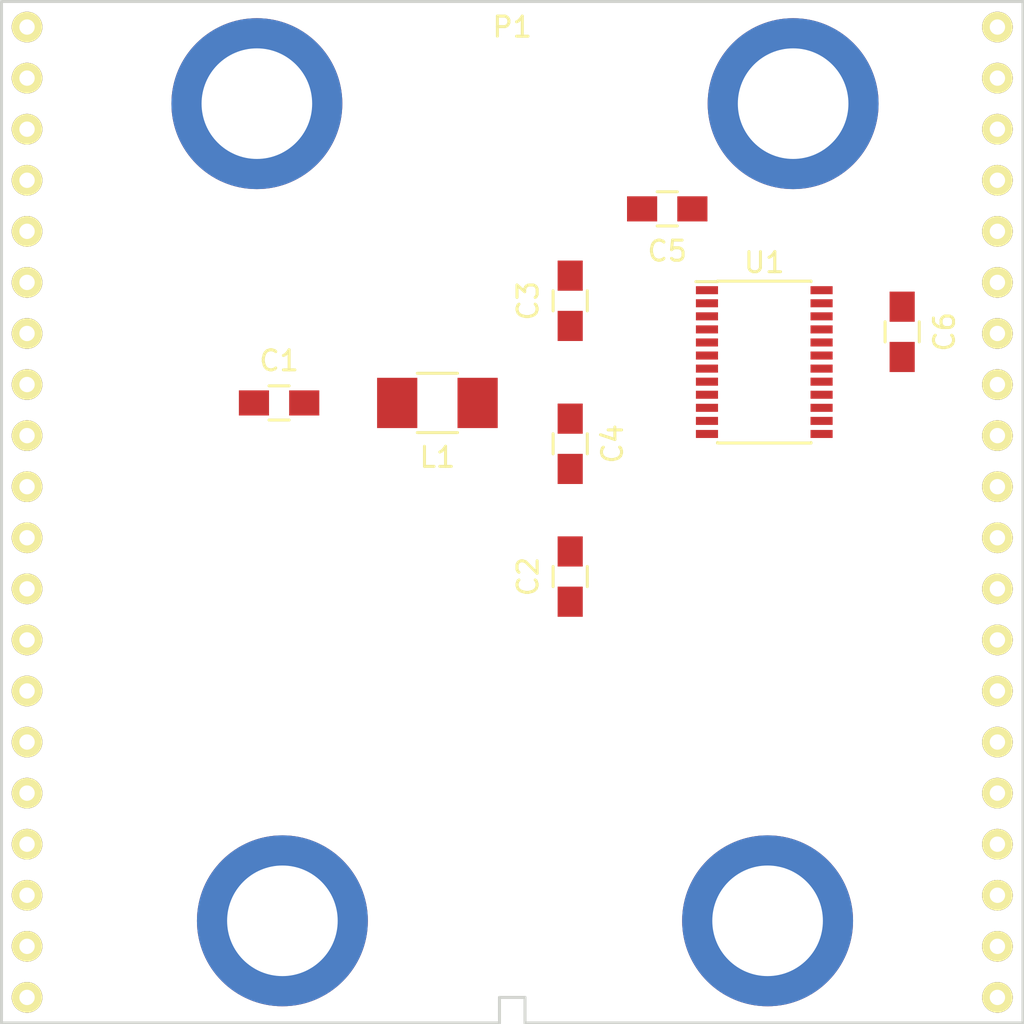
<source format=kicad_pcb>
(kicad_pcb (version 4) (host pcbnew 4.0.2-stable)

  (general
    (links 31)
    (no_connects 27)
    (area 122.826099 79.328599 174.176101 130.678601)
    (thickness 1.6)
    (drawings 0)
    (tracks 0)
    (zones 0)
    (modules 9)
    (nets 18)
  )

  (page A4)
  (layers
    (0 F.Cu signal)
    (31 B.Cu signal)
    (32 B.Adhes user)
    (33 F.Adhes user)
    (34 B.Paste user)
    (35 F.Paste user)
    (36 B.SilkS user)
    (37 F.SilkS user)
    (38 B.Mask user)
    (39 F.Mask user)
    (40 Dwgs.User user)
    (41 Cmts.User user)
    (42 Eco1.User user)
    (43 Eco2.User user)
    (44 Edge.Cuts user)
    (45 Margin user)
    (46 B.CrtYd user)
    (47 F.CrtYd user)
    (48 B.Fab user)
    (49 F.Fab user)
  )

  (setup
    (last_trace_width 0.25)
    (trace_clearance 0.2)
    (zone_clearance 0.508)
    (zone_45_only no)
    (trace_min 0.2)
    (segment_width 0.2)
    (edge_width 0.15)
    (via_size 0.6)
    (via_drill 0.4)
    (via_min_size 0.4)
    (via_min_drill 0.3)
    (uvia_size 0.3)
    (uvia_drill 0.1)
    (uvias_allowed no)
    (uvia_min_size 0.2)
    (uvia_min_drill 0.1)
    (pcb_text_width 0.3)
    (pcb_text_size 1.5 1.5)
    (mod_edge_width 0.15)
    (mod_text_size 1 1)
    (mod_text_width 0.15)
    (pad_size 1.524 1.524)
    (pad_drill 0.762)
    (pad_to_mask_clearance 0.2)
    (aux_axis_origin 0 0)
    (visible_elements FFFFFF7F)
    (pcbplotparams
      (layerselection 0x00030_80000001)
      (usegerberextensions false)
      (excludeedgelayer true)
      (linewidth 0.100000)
      (plotframeref false)
      (viasonmask false)
      (mode 1)
      (useauxorigin false)
      (hpglpennumber 1)
      (hpglpenspeed 20)
      (hpglpendiameter 15)
      (hpglpenoverlay 2)
      (psnegative false)
      (psa4output false)
      (plotreference true)
      (plotvalue true)
      (plotinvisibletext false)
      (padsonsilk false)
      (subtractmaskfromsilk false)
      (outputformat 1)
      (mirror false)
      (drillshape 1)
      (scaleselection 1)
      (outputdirectory ""))
  )

  (net 0 "")
  (net 1 GND)
  (net 2 "Net-(C1-Pad2)")
  (net 3 "Net-(C2-Pad1)")
  (net 4 "Net-(C3-Pad1)")
  (net 5 "Net-(C3-Pad2)")
  (net 6 "Net-(C4-Pad1)")
  (net 7 "Net-(C5-Pad1)")
  (net 8 "Net-(C5-Pad2)")
  (net 9 "Net-(L1-Pad1)")
  (net 10 "Net-(P1-Pad33)")
  (net 11 "Net-(P1-Pad34)")
  (net 12 "Net-(P1-Pad35)")
  (net 13 "Net-(P1-Pad36)")
  (net 14 "Net-(P1-Pad37)")
  (net 15 "Net-(P1-Pad38)")
  (net 16 "Net-(P1-Pad39)")
  (net 17 "Net-(P1-Pad40)")

  (net_class Default "This is the default net class."
    (clearance 0.2)
    (trace_width 0.25)
    (via_dia 0.6)
    (via_drill 0.4)
    (uvia_dia 0.3)
    (uvia_drill 0.1)
    (add_net GND)
    (add_net "Net-(C1-Pad2)")
    (add_net "Net-(C2-Pad1)")
    (add_net "Net-(C3-Pad1)")
    (add_net "Net-(C3-Pad2)")
    (add_net "Net-(C4-Pad1)")
    (add_net "Net-(C5-Pad1)")
    (add_net "Net-(C5-Pad2)")
    (add_net "Net-(L1-Pad1)")
    (add_net "Net-(P1-Pad33)")
    (add_net "Net-(P1-Pad34)")
    (add_net "Net-(P1-Pad35)")
    (add_net "Net-(P1-Pad36)")
    (add_net "Net-(P1-Pad37)")
    (add_net "Net-(P1-Pad38)")
    (add_net "Net-(P1-Pad39)")
    (add_net "Net-(P1-Pad40)")
  )

  (module Capacitors_SMD:C_0805_HandSoldering (layer F.Cu) (tedit 541A9B8D) (tstamp 578CCF1C)
    (at 136.906 99.568)
    (descr "Capacitor SMD 0805, hand soldering")
    (tags "capacitor 0805")
    (path /578CC1BF)
    (attr smd)
    (fp_text reference C1 (at 0 -2.1) (layer F.SilkS)
      (effects (font (size 1 1) (thickness 0.15)))
    )
    (fp_text value "10 uF" (at 0 2.1) (layer F.Fab)
      (effects (font (size 1 1) (thickness 0.15)))
    )
    (fp_line (start -2.3 -1) (end 2.3 -1) (layer F.CrtYd) (width 0.05))
    (fp_line (start -2.3 1) (end 2.3 1) (layer F.CrtYd) (width 0.05))
    (fp_line (start -2.3 -1) (end -2.3 1) (layer F.CrtYd) (width 0.05))
    (fp_line (start 2.3 -1) (end 2.3 1) (layer F.CrtYd) (width 0.05))
    (fp_line (start 0.5 -0.85) (end -0.5 -0.85) (layer F.SilkS) (width 0.15))
    (fp_line (start -0.5 0.85) (end 0.5 0.85) (layer F.SilkS) (width 0.15))
    (pad 1 smd rect (at -1.25 0) (size 1.5 1.25) (layers F.Cu F.Paste F.Mask)
      (net 1 GND))
    (pad 2 smd rect (at 1.25 0) (size 1.5 1.25) (layers F.Cu F.Paste F.Mask)
      (net 2 "Net-(C1-Pad2)"))
    (model Capacitors_SMD.3dshapes/C_0805_HandSoldering.wrl
      (at (xyz 0 0 0))
      (scale (xyz 1 1 1))
      (rotate (xyz 0 0 0))
    )
  )

  (module Capacitors_SMD:C_0805_HandSoldering (layer F.Cu) (tedit 541A9B8D) (tstamp 578CCF22)
    (at 151.384 108.204 90)
    (descr "Capacitor SMD 0805, hand soldering")
    (tags "capacitor 0805")
    (path /578CC363)
    (attr smd)
    (fp_text reference C2 (at 0 -2.1 90) (layer F.SilkS)
      (effects (font (size 1 1) (thickness 0.15)))
    )
    (fp_text value "1 uF" (at 0 2.1 90) (layer F.Fab)
      (effects (font (size 1 1) (thickness 0.15)))
    )
    (fp_line (start -2.3 -1) (end 2.3 -1) (layer F.CrtYd) (width 0.05))
    (fp_line (start -2.3 1) (end 2.3 1) (layer F.CrtYd) (width 0.05))
    (fp_line (start -2.3 -1) (end -2.3 1) (layer F.CrtYd) (width 0.05))
    (fp_line (start 2.3 -1) (end 2.3 1) (layer F.CrtYd) (width 0.05))
    (fp_line (start 0.5 -0.85) (end -0.5 -0.85) (layer F.SilkS) (width 0.15))
    (fp_line (start -0.5 0.85) (end 0.5 0.85) (layer F.SilkS) (width 0.15))
    (pad 1 smd rect (at -1.25 0 90) (size 1.5 1.25) (layers F.Cu F.Paste F.Mask)
      (net 3 "Net-(C2-Pad1)"))
    (pad 2 smd rect (at 1.25 0 90) (size 1.5 1.25) (layers F.Cu F.Paste F.Mask)
      (net 1 GND))
    (model Capacitors_SMD.3dshapes/C_0805_HandSoldering.wrl
      (at (xyz 0 0 0))
      (scale (xyz 1 1 1))
      (rotate (xyz 0 0 0))
    )
  )

  (module Capacitors_SMD:C_0805_HandSoldering (layer F.Cu) (tedit 541A9B8D) (tstamp 578CCF28)
    (at 151.384 94.488 90)
    (descr "Capacitor SMD 0805, hand soldering")
    (tags "capacitor 0805")
    (path /578CC03A)
    (attr smd)
    (fp_text reference C3 (at 0 -2.1 90) (layer F.SilkS)
      (effects (font (size 1 1) (thickness 0.15)))
    )
    (fp_text value "0.1 uF" (at 0 2.1 90) (layer F.Fab)
      (effects (font (size 1 1) (thickness 0.15)))
    )
    (fp_line (start -2.3 -1) (end 2.3 -1) (layer F.CrtYd) (width 0.05))
    (fp_line (start -2.3 1) (end 2.3 1) (layer F.CrtYd) (width 0.05))
    (fp_line (start -2.3 -1) (end -2.3 1) (layer F.CrtYd) (width 0.05))
    (fp_line (start 2.3 -1) (end 2.3 1) (layer F.CrtYd) (width 0.05))
    (fp_line (start 0.5 -0.85) (end -0.5 -0.85) (layer F.SilkS) (width 0.15))
    (fp_line (start -0.5 0.85) (end 0.5 0.85) (layer F.SilkS) (width 0.15))
    (pad 1 smd rect (at -1.25 0 90) (size 1.5 1.25) (layers F.Cu F.Paste F.Mask)
      (net 4 "Net-(C3-Pad1)"))
    (pad 2 smd rect (at 1.25 0 90) (size 1.5 1.25) (layers F.Cu F.Paste F.Mask)
      (net 5 "Net-(C3-Pad2)"))
    (model Capacitors_SMD.3dshapes/C_0805_HandSoldering.wrl
      (at (xyz 0 0 0))
      (scale (xyz 1 1 1))
      (rotate (xyz 0 0 0))
    )
  )

  (module Capacitors_SMD:C_0805_HandSoldering (layer F.Cu) (tedit 541A9B8D) (tstamp 578CCF2E)
    (at 151.384 101.6 270)
    (descr "Capacitor SMD 0805, hand soldering")
    (tags "capacitor 0805")
    (path /578CC28E)
    (attr smd)
    (fp_text reference C4 (at 0 -2.1 270) (layer F.SilkS)
      (effects (font (size 1 1) (thickness 0.15)))
    )
    (fp_text value "1 uF" (at 0 2.1 270) (layer F.Fab)
      (effects (font (size 1 1) (thickness 0.15)))
    )
    (fp_line (start -2.3 -1) (end 2.3 -1) (layer F.CrtYd) (width 0.05))
    (fp_line (start -2.3 1) (end 2.3 1) (layer F.CrtYd) (width 0.05))
    (fp_line (start -2.3 -1) (end -2.3 1) (layer F.CrtYd) (width 0.05))
    (fp_line (start 2.3 -1) (end 2.3 1) (layer F.CrtYd) (width 0.05))
    (fp_line (start 0.5 -0.85) (end -0.5 -0.85) (layer F.SilkS) (width 0.15))
    (fp_line (start -0.5 0.85) (end 0.5 0.85) (layer F.SilkS) (width 0.15))
    (pad 1 smd rect (at -1.25 0 270) (size 1.5 1.25) (layers F.Cu F.Paste F.Mask)
      (net 6 "Net-(C4-Pad1)"))
    (pad 2 smd rect (at 1.25 0 270) (size 1.5 1.25) (layers F.Cu F.Paste F.Mask)
      (net 1 GND))
    (model Capacitors_SMD.3dshapes/C_0805_HandSoldering.wrl
      (at (xyz 0 0 0))
      (scale (xyz 1 1 1))
      (rotate (xyz 0 0 0))
    )
  )

  (module Capacitors_SMD:C_0805_HandSoldering (layer F.Cu) (tedit 541A9B8D) (tstamp 578CCF34)
    (at 156.21 89.916 180)
    (descr "Capacitor SMD 0805, hand soldering")
    (tags "capacitor 0805")
    (path /578CBFF7)
    (attr smd)
    (fp_text reference C5 (at 0 -2.1 180) (layer F.SilkS)
      (effects (font (size 1 1) (thickness 0.15)))
    )
    (fp_text value "0.1 uF" (at 0 2.1 180) (layer F.Fab)
      (effects (font (size 1 1) (thickness 0.15)))
    )
    (fp_line (start -2.3 -1) (end 2.3 -1) (layer F.CrtYd) (width 0.05))
    (fp_line (start -2.3 1) (end 2.3 1) (layer F.CrtYd) (width 0.05))
    (fp_line (start -2.3 -1) (end -2.3 1) (layer F.CrtYd) (width 0.05))
    (fp_line (start 2.3 -1) (end 2.3 1) (layer F.CrtYd) (width 0.05))
    (fp_line (start 0.5 -0.85) (end -0.5 -0.85) (layer F.SilkS) (width 0.15))
    (fp_line (start -0.5 0.85) (end 0.5 0.85) (layer F.SilkS) (width 0.15))
    (pad 1 smd rect (at -1.25 0 180) (size 1.5 1.25) (layers F.Cu F.Paste F.Mask)
      (net 7 "Net-(C5-Pad1)"))
    (pad 2 smd rect (at 1.25 0 180) (size 1.5 1.25) (layers F.Cu F.Paste F.Mask)
      (net 8 "Net-(C5-Pad2)"))
    (model Capacitors_SMD.3dshapes/C_0805_HandSoldering.wrl
      (at (xyz 0 0 0))
      (scale (xyz 1 1 1))
      (rotate (xyz 0 0 0))
    )
  )

  (module Capacitors_SMD:C_0805_HandSoldering (layer F.Cu) (tedit 541A9B8D) (tstamp 578CCF3A)
    (at 167.894 96.032 270)
    (descr "Capacitor SMD 0805, hand soldering")
    (tags "capacitor 0805")
    (path /578CC654)
    (attr smd)
    (fp_text reference C6 (at 0 -2.1 270) (layer F.SilkS)
      (effects (font (size 1 1) (thickness 0.15)))
    )
    (fp_text value "10 uF" (at 0 2.1 270) (layer F.Fab)
      (effects (font (size 1 1) (thickness 0.15)))
    )
    (fp_line (start -2.3 -1) (end 2.3 -1) (layer F.CrtYd) (width 0.05))
    (fp_line (start -2.3 1) (end 2.3 1) (layer F.CrtYd) (width 0.05))
    (fp_line (start -2.3 -1) (end -2.3 1) (layer F.CrtYd) (width 0.05))
    (fp_line (start 2.3 -1) (end 2.3 1) (layer F.CrtYd) (width 0.05))
    (fp_line (start 0.5 -0.85) (end -0.5 -0.85) (layer F.SilkS) (width 0.15))
    (fp_line (start -0.5 0.85) (end 0.5 0.85) (layer F.SilkS) (width 0.15))
    (pad 1 smd rect (at -1.25 0 270) (size 1.5 1.25) (layers F.Cu F.Paste F.Mask)
      (net 7 "Net-(C5-Pad1)"))
    (pad 2 smd rect (at 1.25 0 270) (size 1.5 1.25) (layers F.Cu F.Paste F.Mask)
      (net 1 GND))
    (model Capacitors_SMD.3dshapes/C_0805_HandSoldering.wrl
      (at (xyz 0 0 0))
      (scale (xyz 1 1 1))
      (rotate (xyz 0 0 0))
    )
  )

  (module Capacitors_SMD:C_1210_HandSoldering (layer F.Cu) (tedit 541A9C39) (tstamp 578CCF40)
    (at 144.78 99.568 180)
    (descr "Capacitor SMD 1210, hand soldering")
    (tags "capacitor 1210")
    (path /578CC11C)
    (attr smd)
    (fp_text reference L1 (at 0 -2.7 180) (layer F.SilkS)
      (effects (font (size 1 1) (thickness 0.15)))
    )
    (fp_text value "47 uH" (at 0 2.7 180) (layer F.Fab)
      (effects (font (size 1 1) (thickness 0.15)))
    )
    (fp_line (start -3.3 -1.6) (end 3.3 -1.6) (layer F.CrtYd) (width 0.05))
    (fp_line (start -3.3 1.6) (end 3.3 1.6) (layer F.CrtYd) (width 0.05))
    (fp_line (start -3.3 -1.6) (end -3.3 1.6) (layer F.CrtYd) (width 0.05))
    (fp_line (start 3.3 -1.6) (end 3.3 1.6) (layer F.CrtYd) (width 0.05))
    (fp_line (start 1 -1.475) (end -1 -1.475) (layer F.SilkS) (width 0.15))
    (fp_line (start -1 1.475) (end 1 1.475) (layer F.SilkS) (width 0.15))
    (pad 1 smd rect (at -2 0 180) (size 2 2.5) (layers F.Cu F.Paste F.Mask)
      (net 9 "Net-(L1-Pad1)"))
    (pad 2 smd rect (at 2 0 180) (size 2 2.5) (layers F.Cu F.Paste F.Mask)
      (net 2 "Net-(C1-Pad2)"))
    (model Capacitors_SMD.3dshapes/C_1210_HandSoldering.wrl
      (at (xyz 0 0 0))
      (scale (xyz 1 1 1))
      (rotate (xyz 0 0 0))
    )
  )

  (module scube:scube40 (layer F.Cu) (tedit 575FF9D1) (tstamp 578CCF70)
    (at 148.5011 105.0036)
    (path /578CC8D9)
    (fp_text reference P1 (at 0 -24.13) (layer F.SilkS)
      (effects (font (size 1 1) (thickness 0.15)))
    )
    (fp_text value SCUBE40 (at 0 -22.86) (layer F.Fab)
      (effects (font (size 1 1) (thickness 0.15)))
    )
    (fp_line (start -25.4 25.4) (end -25.4 -25.4) (layer Edge.Cuts) (width 0.15))
    (fp_line (start 25.4 25.4) (end 0.635 25.4) (layer Edge.Cuts) (width 0.15))
    (fp_line (start 25.4 -25.4) (end 25.4 25.4) (layer Edge.Cuts) (width 0.15))
    (fp_line (start -25.4 -25.4) (end 25.4 -25.4) (layer Edge.Cuts) (width 0.15))
    (fp_line (start -0.635 25.4) (end -25.4 25.4) (layer Edge.Cuts) (width 0.15))
    (fp_line (start -0.635 24.13) (end -0.635 25.4) (layer Edge.Cuts) (width 0.15))
    (fp_line (start 0.635 24.13) (end -0.635 24.13) (layer Edge.Cuts) (width 0.15))
    (fp_line (start 0.635 25.4) (end 0.635 24.13) (layer Edge.Cuts) (width 0.15))
    (pad 1 thru_hole circle (at -24.13 -24.13) (size 1.524 1.524) (drill 0.762) (layers *.Cu *.Mask F.SilkS))
    (pad 2 thru_hole circle (at -24.13 -21.59) (size 1.524 1.524) (drill 0.762) (layers *.Cu *.Mask F.SilkS))
    (pad 3 thru_hole circle (at -24.13 -19.05) (size 1.524 1.524) (drill 0.762) (layers *.Cu *.Mask F.SilkS))
    (pad 4 thru_hole circle (at -24.13 -16.51) (size 1.524 1.524) (drill 0.762) (layers *.Cu *.Mask F.SilkS))
    (pad 5 thru_hole circle (at -24.13 -13.97) (size 1.524 1.524) (drill 0.762) (layers *.Cu *.Mask F.SilkS))
    (pad 6 thru_hole circle (at -24.13 -11.43) (size 1.524 1.524) (drill 0.762) (layers *.Cu *.Mask F.SilkS))
    (pad 7 thru_hole circle (at -24.13 -8.89) (size 1.524 1.524) (drill 0.762) (layers *.Cu *.Mask F.SilkS))
    (pad 8 thru_hole circle (at -24.13 -6.35) (size 1.524 1.524) (drill 0.762) (layers *.Cu *.Mask F.SilkS))
    (pad 9 thru_hole circle (at -24.13 -3.81) (size 1.524 1.524) (drill 0.762) (layers *.Cu *.Mask F.SilkS))
    (pad 10 thru_hole circle (at -24.13 -1.27) (size 1.524 1.524) (drill 0.762) (layers *.Cu *.Mask F.SilkS)
      (net 7 "Net-(C5-Pad1)"))
    (pad 11 thru_hole circle (at -24.13 1.27) (size 1.524 1.524) (drill 0.762) (layers *.Cu *.Mask F.SilkS)
      (net 1 GND))
    (pad 12 thru_hole circle (at -24.13 3.81) (size 1.524 1.524) (drill 0.762) (layers *.Cu *.Mask F.SilkS))
    (pad 13 thru_hole circle (at -24.13 6.35) (size 1.524 1.524) (drill 0.762) (layers *.Cu *.Mask F.SilkS))
    (pad 14 thru_hole circle (at -24.13 8.89) (size 1.524 1.524) (drill 0.762) (layers *.Cu *.Mask F.SilkS))
    (pad 15 thru_hole circle (at -24.13 11.43) (size 1.524 1.524) (drill 0.762) (layers *.Cu *.Mask F.SilkS))
    (pad 16 thru_hole circle (at -24.13 13.97) (size 1.524 1.524) (drill 0.762) (layers *.Cu *.Mask F.SilkS))
    (pad 17 thru_hole circle (at -24.13 16.51) (size 1.524 1.524) (drill 0.762) (layers *.Cu *.Mask F.SilkS))
    (pad 18 thru_hole circle (at -24.13 19.05) (size 1.524 1.524) (drill 0.762) (layers *.Cu *.Mask F.SilkS))
    (pad 19 thru_hole circle (at -24.13 21.59) (size 1.524 1.524) (drill 0.762) (layers *.Cu *.Mask F.SilkS))
    (pad 20 thru_hole circle (at -24.13 24.13) (size 1.524 1.524) (drill 0.762) (layers *.Cu *.Mask F.SilkS))
    (pad 21 thru_hole circle (at 24.13 24.13) (size 1.524 1.524) (drill 0.762) (layers *.Cu *.Mask F.SilkS))
    (pad 22 thru_hole circle (at 24.13 21.59) (size 1.524 1.524) (drill 0.762) (layers *.Cu *.Mask F.SilkS))
    (pad 23 thru_hole circle (at 24.13 19.05) (size 1.524 1.524) (drill 0.762) (layers *.Cu *.Mask F.SilkS))
    (pad 24 thru_hole circle (at 24.13 16.51) (size 1.524 1.524) (drill 0.762) (layers *.Cu *.Mask F.SilkS))
    (pad 25 thru_hole circle (at 24.13 13.97) (size 1.524 1.524) (drill 0.762) (layers *.Cu *.Mask F.SilkS))
    (pad 26 thru_hole circle (at 24.13 11.43) (size 1.524 1.524) (drill 0.762) (layers *.Cu *.Mask F.SilkS))
    (pad 27 thru_hole circle (at 24.13 8.89) (size 1.524 1.524) (drill 0.762) (layers *.Cu *.Mask F.SilkS))
    (pad 28 thru_hole circle (at 24.13 6.35) (size 1.524 1.524) (drill 0.762) (layers *.Cu *.Mask F.SilkS))
    (pad 29 thru_hole circle (at 24.13 3.81) (size 1.524 1.524) (drill 0.762) (layers *.Cu *.Mask F.SilkS))
    (pad 30 thru_hole circle (at 24.13 1.27) (size 1.524 1.524) (drill 0.762) (layers *.Cu *.Mask F.SilkS))
    (pad 31 thru_hole circle (at 24.13 -1.27) (size 1.524 1.524) (drill 0.762) (layers *.Cu *.Mask F.SilkS))
    (pad 32 thru_hole circle (at 24.13 -3.81) (size 1.524 1.524) (drill 0.762) (layers *.Cu *.Mask F.SilkS))
    (pad 33 thru_hole circle (at 24.13 -6.35) (size 1.524 1.524) (drill 0.762) (layers *.Cu *.Mask F.SilkS)
      (net 10 "Net-(P1-Pad33)"))
    (pad 34 thru_hole circle (at 24.13 -8.89) (size 1.524 1.524) (drill 0.762) (layers *.Cu *.Mask F.SilkS)
      (net 11 "Net-(P1-Pad34)"))
    (pad 35 thru_hole circle (at 24.13 -11.43) (size 1.524 1.524) (drill 0.762) (layers *.Cu *.Mask F.SilkS)
      (net 12 "Net-(P1-Pad35)"))
    (pad 36 thru_hole circle (at 24.13 -13.97) (size 1.524 1.524) (drill 0.762) (layers *.Cu *.Mask F.SilkS)
      (net 13 "Net-(P1-Pad36)"))
    (pad 37 thru_hole circle (at 24.13 -16.51) (size 1.524 1.524) (drill 0.762) (layers *.Cu *.Mask F.SilkS)
      (net 14 "Net-(P1-Pad37)"))
    (pad 38 thru_hole circle (at 24.13 -19.05) (size 1.524 1.524) (drill 0.762) (layers *.Cu *.Mask F.SilkS)
      (net 15 "Net-(P1-Pad38)"))
    (pad 39 thru_hole circle (at 24.13 -21.59) (size 1.524 1.524) (drill 0.762) (layers *.Cu *.Mask F.SilkS)
      (net 16 "Net-(P1-Pad39)"))
    (pad 40 thru_hole circle (at 24.13 -24.13) (size 1.524 1.524) (drill 0.762) (layers *.Cu *.Mask F.SilkS)
      (net 17 "Net-(P1-Pad40)"))
    (pad "" np_thru_hole circle (at -12.7 -20.32) (size 8.5 8.5) (drill 5.5) (layers *.Cu))
    (pad "" np_thru_hole circle (at -11.43 20.32) (size 8.5 8.5) (drill 5.5) (layers *.Cu))
    (pad "" np_thru_hole circle (at 12.7 20.32) (size 8.5 8.5) (drill 5.5) (layers *.Cu))
    (pad "" np_thru_hole circle (at 13.97 -20.32) (size 8.5 8.5) (drill 5.5) (layers *.Cu))
  )

  (module Housings_SSOP:TSSOP-24_4.4x7.8mm_Pitch0.65mm (layer F.Cu) (tedit 54130A77) (tstamp 578CCF8C)
    (at 161.036 97.536)
    (descr "TSSOP24: plastic thin shrink small outline package; 24 leads; body width 4.4 mm; (see NXP SSOP-TSSOP-VSO-REFLOW.pdf and sot355-1_po.pdf)")
    (tags "SSOP 0.65")
    (path /578CBFBB)
    (attr smd)
    (fp_text reference U1 (at 0 -4.95) (layer F.SilkS)
      (effects (font (size 1 1) (thickness 0.15)))
    )
    (fp_text value DRV10983 (at 0 4.95) (layer F.Fab)
      (effects (font (size 1 1) (thickness 0.15)))
    )
    (fp_line (start -3.65 -4.2) (end -3.65 4.2) (layer F.CrtYd) (width 0.05))
    (fp_line (start 3.65 -4.2) (end 3.65 4.2) (layer F.CrtYd) (width 0.05))
    (fp_line (start -3.65 -4.2) (end 3.65 -4.2) (layer F.CrtYd) (width 0.05))
    (fp_line (start -3.65 4.2) (end 3.65 4.2) (layer F.CrtYd) (width 0.05))
    (fp_line (start -2.325 -4.025) (end -2.325 -4) (layer F.SilkS) (width 0.15))
    (fp_line (start 2.325 -4.025) (end 2.325 -4) (layer F.SilkS) (width 0.15))
    (fp_line (start 2.325 4.025) (end 2.325 4) (layer F.SilkS) (width 0.15))
    (fp_line (start -2.325 4.025) (end -2.325 4) (layer F.SilkS) (width 0.15))
    (fp_line (start -2.325 -4.025) (end 2.325 -4.025) (layer F.SilkS) (width 0.15))
    (fp_line (start -2.325 4.025) (end 2.325 4.025) (layer F.SilkS) (width 0.15))
    (fp_line (start -2.325 -4) (end -3.4 -4) (layer F.SilkS) (width 0.15))
    (pad 1 smd rect (at -2.85 -3.575) (size 1.1 0.4) (layers F.Cu F.Paste F.Mask)
      (net 8 "Net-(C5-Pad2)"))
    (pad 2 smd rect (at -2.85 -2.925) (size 1.1 0.4) (layers F.Cu F.Paste F.Mask)
      (net 5 "Net-(C3-Pad2)"))
    (pad 3 smd rect (at -2.85 -2.275) (size 1.1 0.4) (layers F.Cu F.Paste F.Mask)
      (net 4 "Net-(C3-Pad1)"))
    (pad 4 smd rect (at -2.85 -1.625) (size 1.1 0.4) (layers F.Cu F.Paste F.Mask)
      (net 9 "Net-(L1-Pad1)"))
    (pad 5 smd rect (at -2.85 -0.975) (size 1.1 0.4) (layers F.Cu F.Paste F.Mask)
      (net 1 GND))
    (pad 6 smd rect (at -2.85 -0.325) (size 1.1 0.4) (layers F.Cu F.Paste F.Mask)
      (net 2 "Net-(C1-Pad2)"))
    (pad 7 smd rect (at -2.85 0.325) (size 1.1 0.4) (layers F.Cu F.Paste F.Mask)
      (net 6 "Net-(C4-Pad1)"))
    (pad 8 smd rect (at -2.85 0.975) (size 1.1 0.4) (layers F.Cu F.Paste F.Mask)
      (net 1 GND))
    (pad 9 smd rect (at -2.85 1.625) (size 1.1 0.4) (layers F.Cu F.Paste F.Mask)
      (net 3 "Net-(C2-Pad1)"))
    (pad 10 smd rect (at -2.85 2.275) (size 1.1 0.4) (layers F.Cu F.Paste F.Mask)
      (net 17 "Net-(P1-Pad40)"))
    (pad 11 smd rect (at -2.85 2.925) (size 1.1 0.4) (layers F.Cu F.Paste F.Mask)
      (net 16 "Net-(P1-Pad39)"))
    (pad 12 smd rect (at -2.85 3.575) (size 1.1 0.4) (layers F.Cu F.Paste F.Mask)
      (net 15 "Net-(P1-Pad38)"))
    (pad 13 smd rect (at 2.85 3.575) (size 1.1 0.4) (layers F.Cu F.Paste F.Mask)
      (net 14 "Net-(P1-Pad37)"))
    (pad 14 smd rect (at 2.85 2.925) (size 1.1 0.4) (layers F.Cu F.Paste F.Mask)
      (net 13 "Net-(P1-Pad36)"))
    (pad 15 smd rect (at 2.85 2.275) (size 1.1 0.4) (layers F.Cu F.Paste F.Mask)
      (net 1 GND))
    (pad 16 smd rect (at 2.85 1.625) (size 1.1 0.4) (layers F.Cu F.Paste F.Mask)
      (net 1 GND))
    (pad 17 smd rect (at 2.85 0.975) (size 1.1 0.4) (layers F.Cu F.Paste F.Mask)
      (net 12 "Net-(P1-Pad35)"))
    (pad 18 smd rect (at 2.85 0.325) (size 1.1 0.4) (layers F.Cu F.Paste F.Mask)
      (net 12 "Net-(P1-Pad35)"))
    (pad 19 smd rect (at 2.85 -0.325) (size 1.1 0.4) (layers F.Cu F.Paste F.Mask)
      (net 11 "Net-(P1-Pad34)"))
    (pad 20 smd rect (at 2.85 -0.975) (size 1.1 0.4) (layers F.Cu F.Paste F.Mask)
      (net 11 "Net-(P1-Pad34)"))
    (pad 21 smd rect (at 2.85 -1.625) (size 1.1 0.4) (layers F.Cu F.Paste F.Mask)
      (net 10 "Net-(P1-Pad33)"))
    (pad 22 smd rect (at 2.85 -2.275) (size 1.1 0.4) (layers F.Cu F.Paste F.Mask)
      (net 10 "Net-(P1-Pad33)"))
    (pad 23 smd rect (at 2.85 -2.925) (size 1.1 0.4) (layers F.Cu F.Paste F.Mask)
      (net 7 "Net-(C5-Pad1)"))
    (pad 24 smd rect (at 2.85 -3.575) (size 1.1 0.4) (layers F.Cu F.Paste F.Mask)
      (net 7 "Net-(C5-Pad1)"))
    (model Housings_SSOP.3dshapes/TSSOP-24_4.4x7.8mm_Pitch0.65mm.wrl
      (at (xyz 0 0 0))
      (scale (xyz 1 1 1))
      (rotate (xyz 0 0 0))
    )
  )

)

</source>
